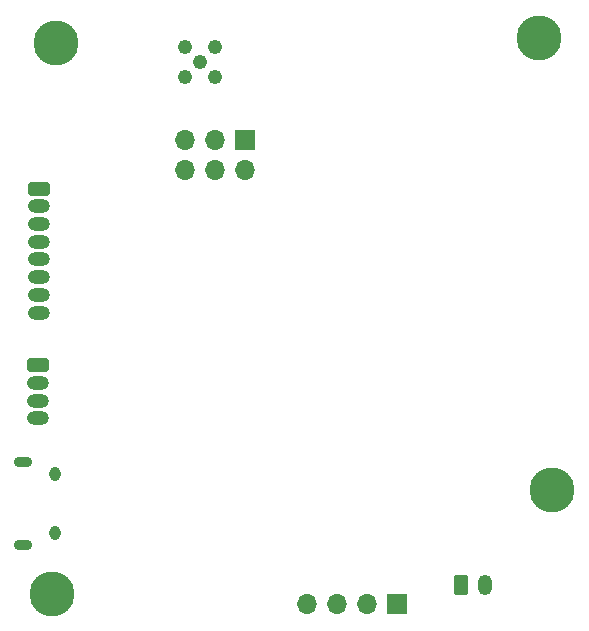
<source format=gbr>
%TF.GenerationSoftware,KiCad,Pcbnew,8.0.4-8.0.4-0~ubuntu24.04.1*%
%TF.CreationDate,2024-09-01T12:42:56+03:00*%
%TF.ProjectId,communication_body,636f6d6d-756e-4696-9361-74696f6e5f62,rev?*%
%TF.SameCoordinates,Original*%
%TF.FileFunction,Soldermask,Bot*%
%TF.FilePolarity,Negative*%
%FSLAX46Y46*%
G04 Gerber Fmt 4.6, Leading zero omitted, Abs format (unit mm)*
G04 Created by KiCad (PCBNEW 8.0.4-8.0.4-0~ubuntu24.04.1) date 2024-09-01 12:42:56*
%MOMM*%
%LPD*%
G01*
G04 APERTURE LIST*
G04 Aperture macros list*
%AMRoundRect*
0 Rectangle with rounded corners*
0 $1 Rounding radius*
0 $2 $3 $4 $5 $6 $7 $8 $9 X,Y pos of 4 corners*
0 Add a 4 corners polygon primitive as box body*
4,1,4,$2,$3,$4,$5,$6,$7,$8,$9,$2,$3,0*
0 Add four circle primitives for the rounded corners*
1,1,$1+$1,$2,$3*
1,1,$1+$1,$4,$5*
1,1,$1+$1,$6,$7*
1,1,$1+$1,$8,$9*
0 Add four rect primitives between the rounded corners*
20,1,$1+$1,$2,$3,$4,$5,0*
20,1,$1+$1,$4,$5,$6,$7,0*
20,1,$1+$1,$6,$7,$8,$9,0*
20,1,$1+$1,$8,$9,$2,$3,0*%
G04 Aperture macros list end*
%ADD10O,1.550000X0.890000*%
%ADD11O,0.950000X1.250000*%
%ADD12RoundRect,0.250000X-0.685000X0.335000X-0.685000X-0.335000X0.685000X-0.335000X0.685000X0.335000X0*%
%ADD13O,1.870000X1.170000*%
%ADD14RoundRect,0.250000X-0.350000X-0.625000X0.350000X-0.625000X0.350000X0.625000X-0.350000X0.625000X0*%
%ADD15O,1.200000X1.750000*%
%ADD16R,1.700000X1.700000*%
%ADD17O,1.700000X1.700000*%
%ADD18C,3.800000*%
%ADD19C,1.240000*%
G04 APERTURE END LIST*
D10*
%TO.C,J7*%
X114090000Y-113352500D03*
D11*
X116790000Y-114352500D03*
X116790000Y-119352500D03*
D10*
X114090000Y-120352500D03*
%TD*%
D12*
%TO.C,J5*%
X115365000Y-105165000D03*
D13*
X115365000Y-106665000D03*
X115365000Y-108165000D03*
X115365000Y-109665000D03*
%TD*%
D14*
%TO.C,J4*%
X151165000Y-123765000D03*
D15*
X153165000Y-123765000D03*
%TD*%
D12*
%TO.C,J6*%
X115415000Y-90215000D03*
D13*
X115415000Y-91715000D03*
X115415000Y-93215000D03*
X115415000Y-94715000D03*
X115415000Y-96215000D03*
X115415000Y-97715000D03*
X115415000Y-99215000D03*
X115415000Y-100715000D03*
%TD*%
D16*
%TO.C,J1*%
X132835000Y-86095000D03*
D17*
X132835000Y-88635000D03*
X130295000Y-86095000D03*
X130295000Y-88635000D03*
X127755000Y-86095000D03*
X127755000Y-88635000D03*
%TD*%
D18*
%TO.C,H2*%
X116845000Y-77900000D03*
%TD*%
%TO.C,H4*%
X116500000Y-124500000D03*
%TD*%
D19*
%TO.C,AE1*%
X129095000Y-79495000D03*
X127825000Y-78225000D03*
X127825000Y-80765000D03*
X130365000Y-78225000D03*
X130365000Y-80765000D03*
%TD*%
D18*
%TO.C,H1*%
X158900000Y-115700000D03*
%TD*%
D16*
%TO.C,J2*%
X145765000Y-125365000D03*
D17*
X143225000Y-125365000D03*
X140685000Y-125365000D03*
X138145000Y-125365000D03*
%TD*%
D18*
%TO.C,H3*%
X157800000Y-77435000D03*
%TD*%
M02*

</source>
